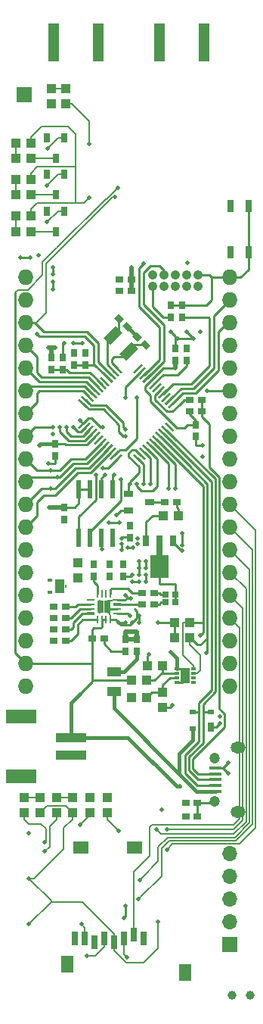
<source format=gbr>
G04 #@! TF.FileFunction,Copper,L1,Top,Signal*
%FSLAX46Y46*%
G04 Gerber Fmt 4.6, Leading zero omitted, Abs format (unit mm)*
G04 Created by KiCad (PCBNEW 4.0.5) date 06/07/17 08:13:04*
%MOMM*%
%LPD*%
G01*
G04 APERTURE LIST*
%ADD10C,0.100000*%
%ADD11R,0.698500X1.498600*%
%ADD12R,1.798320X1.399540*%
%ADD13R,1.399540X1.899920*%
%ADD14O,1.727200X1.727200*%
%ADD15R,0.800000X0.650000*%
%ADD16R,1.350000X0.400000*%
%ADD17C,1.200000*%
%ADD18O,1.700000X1.300000*%
%ADD19R,0.800000X1.200000*%
%ADD20R,0.800000X2.200000*%
%ADD21R,2.000000X2.500000*%
%ADD22R,0.600000X2.000000*%
%ADD23R,0.700000X1.000000*%
%ADD24R,0.700000X0.600000*%
%ADD25R,1.500000X1.000000*%
%ADD26R,0.700000X0.900000*%
%ADD27R,0.900000X0.700000*%
%ADD28O,1.050000X1.050000*%
%ADD29R,1.100000X1.000000*%
%ADD30R,0.500000X0.400000*%
%ADD31R,1.100000X1.600000*%
%ADD32R,0.250000X0.400000*%
%ADD33R,3.500000X1.000000*%
%ADD34R,3.400000X1.500000*%
%ADD35R,1.000000X1.100000*%
%ADD36R,1.050000X0.650000*%
%ADD37R,0.750000X0.750000*%
%ADD38R,0.280000X0.850000*%
%ADD39R,0.850000X0.280000*%
%ADD40R,0.850000X0.300000*%
%ADD41R,0.500000X0.300000*%
%ADD42R,1.060000X0.880000*%
%ADD43R,1.270000X4.200000*%
%ADD44R,1.700000X1.700000*%
%ADD45O,1.700000X1.700000*%
%ADD46C,1.000000*%
%ADD47R,0.700000X1.450000*%
%ADD48R,0.650000X1.050000*%
%ADD49C,0.500000*%
%ADD50C,0.254000*%
%ADD51C,0.381000*%
%ADD52C,0.203200*%
%ADD53C,0.508000*%
G04 APERTURE END LIST*
D10*
D11*
X14499220Y-23137520D03*
X13399400Y-22738740D03*
X12299580Y-23137520D03*
X11199760Y-23538840D03*
X10099940Y-23137520D03*
X8997580Y-23538840D03*
X7897760Y-23137520D03*
X6797940Y-23137520D03*
D12*
X7498980Y-12939420D03*
X13498460Y-12939420D03*
D13*
X5898780Y-26038200D03*
X19099160Y-26939900D03*
D14*
X24130000Y17780000D03*
X24130000Y20320000D03*
X24130000Y22860000D03*
X24130000Y25400000D03*
X24130000Y50800000D03*
X24130000Y48260000D03*
X24130000Y45720000D03*
X24130000Y43180000D03*
X24130000Y40640000D03*
X24130000Y38100000D03*
X24130000Y35560000D03*
X24130000Y33020000D03*
X24130000Y30480000D03*
X24130000Y27940000D03*
X24130000Y15240000D03*
X24130000Y12700000D03*
X24130000Y10160000D03*
X24130000Y7620000D03*
X24130000Y5080000D03*
D10*
G36*
X11020621Y40951689D02*
X11197398Y41128466D01*
X12116637Y40209227D01*
X11939860Y40032450D01*
X11020621Y40951689D01*
X11020621Y40951689D01*
G37*
G36*
X10667068Y40598136D02*
X10843845Y40774913D01*
X11763084Y39855674D01*
X11586307Y39678897D01*
X10667068Y40598136D01*
X10667068Y40598136D01*
G37*
G36*
X10313514Y40244582D02*
X10490291Y40421359D01*
X11409530Y39502120D01*
X11232753Y39325343D01*
X10313514Y40244582D01*
X10313514Y40244582D01*
G37*
G36*
X9959961Y39891029D02*
X10136738Y40067806D01*
X11055977Y39148567D01*
X10879200Y38971790D01*
X9959961Y39891029D01*
X9959961Y39891029D01*
G37*
G36*
X9606408Y39537476D02*
X9783185Y39714253D01*
X10702424Y38795014D01*
X10525647Y38618237D01*
X9606408Y39537476D01*
X9606408Y39537476D01*
G37*
G36*
X9252854Y39183922D02*
X9429631Y39360699D01*
X10348870Y38441460D01*
X10172093Y38264683D01*
X9252854Y39183922D01*
X9252854Y39183922D01*
G37*
G36*
X8899301Y38830369D02*
X9076078Y39007146D01*
X9995317Y38087907D01*
X9818540Y37911130D01*
X8899301Y38830369D01*
X8899301Y38830369D01*
G37*
G36*
X8545747Y38476815D02*
X8722524Y38653592D01*
X9641763Y37734353D01*
X9464986Y37557576D01*
X8545747Y38476815D01*
X8545747Y38476815D01*
G37*
G36*
X8192194Y38123262D02*
X8368971Y38300039D01*
X9288210Y37380800D01*
X9111433Y37204023D01*
X8192194Y38123262D01*
X8192194Y38123262D01*
G37*
G36*
X7838641Y37769709D02*
X8015418Y37946486D01*
X8934657Y37027247D01*
X8757880Y36850470D01*
X7838641Y37769709D01*
X7838641Y37769709D01*
G37*
G36*
X7485087Y37416155D02*
X7661864Y37592932D01*
X8581103Y36673693D01*
X8404326Y36496916D01*
X7485087Y37416155D01*
X7485087Y37416155D01*
G37*
G36*
X7131534Y37062602D02*
X7308311Y37239379D01*
X8227550Y36320140D01*
X8050773Y36143363D01*
X7131534Y37062602D01*
X7131534Y37062602D01*
G37*
G36*
X7308311Y33880621D02*
X7131534Y34057398D01*
X8050773Y34976637D01*
X8227550Y34799860D01*
X7308311Y33880621D01*
X7308311Y33880621D01*
G37*
G36*
X7661864Y33527068D02*
X7485087Y33703845D01*
X8404326Y34623084D01*
X8581103Y34446307D01*
X7661864Y33527068D01*
X7661864Y33527068D01*
G37*
G36*
X8015418Y33173514D02*
X7838641Y33350291D01*
X8757880Y34269530D01*
X8934657Y34092753D01*
X8015418Y33173514D01*
X8015418Y33173514D01*
G37*
G36*
X8368971Y32819961D02*
X8192194Y32996738D01*
X9111433Y33915977D01*
X9288210Y33739200D01*
X8368971Y32819961D01*
X8368971Y32819961D01*
G37*
G36*
X8722524Y32466408D02*
X8545747Y32643185D01*
X9464986Y33562424D01*
X9641763Y33385647D01*
X8722524Y32466408D01*
X8722524Y32466408D01*
G37*
G36*
X9076078Y32112854D02*
X8899301Y32289631D01*
X9818540Y33208870D01*
X9995317Y33032093D01*
X9076078Y32112854D01*
X9076078Y32112854D01*
G37*
G36*
X9429631Y31759301D02*
X9252854Y31936078D01*
X10172093Y32855317D01*
X10348870Y32678540D01*
X9429631Y31759301D01*
X9429631Y31759301D01*
G37*
G36*
X9783185Y31405747D02*
X9606408Y31582524D01*
X10525647Y32501763D01*
X10702424Y32324986D01*
X9783185Y31405747D01*
X9783185Y31405747D01*
G37*
G36*
X10136738Y31052194D02*
X9959961Y31228971D01*
X10879200Y32148210D01*
X11055977Y31971433D01*
X10136738Y31052194D01*
X10136738Y31052194D01*
G37*
G36*
X10490291Y30698641D02*
X10313514Y30875418D01*
X11232753Y31794657D01*
X11409530Y31617880D01*
X10490291Y30698641D01*
X10490291Y30698641D01*
G37*
G36*
X10843845Y30345087D02*
X10667068Y30521864D01*
X11586307Y31441103D01*
X11763084Y31264326D01*
X10843845Y30345087D01*
X10843845Y30345087D01*
G37*
G36*
X11197398Y29991534D02*
X11020621Y30168311D01*
X11939860Y31087550D01*
X12116637Y30910773D01*
X11197398Y29991534D01*
X11197398Y29991534D01*
G37*
G36*
X13283363Y30910773D02*
X13460140Y31087550D01*
X14379379Y30168311D01*
X14202602Y29991534D01*
X13283363Y30910773D01*
X13283363Y30910773D01*
G37*
G36*
X13636916Y31264326D02*
X13813693Y31441103D01*
X14732932Y30521864D01*
X14556155Y30345087D01*
X13636916Y31264326D01*
X13636916Y31264326D01*
G37*
G36*
X13990470Y31617880D02*
X14167247Y31794657D01*
X15086486Y30875418D01*
X14909709Y30698641D01*
X13990470Y31617880D01*
X13990470Y31617880D01*
G37*
G36*
X14344023Y31971433D02*
X14520800Y32148210D01*
X15440039Y31228971D01*
X15263262Y31052194D01*
X14344023Y31971433D01*
X14344023Y31971433D01*
G37*
G36*
X14697576Y32324986D02*
X14874353Y32501763D01*
X15793592Y31582524D01*
X15616815Y31405747D01*
X14697576Y32324986D01*
X14697576Y32324986D01*
G37*
G36*
X15051130Y32678540D02*
X15227907Y32855317D01*
X16147146Y31936078D01*
X15970369Y31759301D01*
X15051130Y32678540D01*
X15051130Y32678540D01*
G37*
G36*
X15404683Y33032093D02*
X15581460Y33208870D01*
X16500699Y32289631D01*
X16323922Y32112854D01*
X15404683Y33032093D01*
X15404683Y33032093D01*
G37*
G36*
X15758237Y33385647D02*
X15935014Y33562424D01*
X16854253Y32643185D01*
X16677476Y32466408D01*
X15758237Y33385647D01*
X15758237Y33385647D01*
G37*
G36*
X16111790Y33739200D02*
X16288567Y33915977D01*
X17207806Y32996738D01*
X17031029Y32819961D01*
X16111790Y33739200D01*
X16111790Y33739200D01*
G37*
G36*
X16465343Y34092753D02*
X16642120Y34269530D01*
X17561359Y33350291D01*
X17384582Y33173514D01*
X16465343Y34092753D01*
X16465343Y34092753D01*
G37*
G36*
X16818897Y34446307D02*
X16995674Y34623084D01*
X17914913Y33703845D01*
X17738136Y33527068D01*
X16818897Y34446307D01*
X16818897Y34446307D01*
G37*
G36*
X17172450Y34799860D02*
X17349227Y34976637D01*
X18268466Y34057398D01*
X18091689Y33880621D01*
X17172450Y34799860D01*
X17172450Y34799860D01*
G37*
G36*
X17349227Y36143363D02*
X17172450Y36320140D01*
X18091689Y37239379D01*
X18268466Y37062602D01*
X17349227Y36143363D01*
X17349227Y36143363D01*
G37*
G36*
X16995674Y36496916D02*
X16818897Y36673693D01*
X17738136Y37592932D01*
X17914913Y37416155D01*
X16995674Y36496916D01*
X16995674Y36496916D01*
G37*
G36*
X16642120Y36850470D02*
X16465343Y37027247D01*
X17384582Y37946486D01*
X17561359Y37769709D01*
X16642120Y36850470D01*
X16642120Y36850470D01*
G37*
G36*
X16288567Y37204023D02*
X16111790Y37380800D01*
X17031029Y38300039D01*
X17207806Y38123262D01*
X16288567Y37204023D01*
X16288567Y37204023D01*
G37*
G36*
X15935014Y37557576D02*
X15758237Y37734353D01*
X16677476Y38653592D01*
X16854253Y38476815D01*
X15935014Y37557576D01*
X15935014Y37557576D01*
G37*
G36*
X15581460Y37911130D02*
X15404683Y38087907D01*
X16323922Y39007146D01*
X16500699Y38830369D01*
X15581460Y37911130D01*
X15581460Y37911130D01*
G37*
G36*
X15227907Y38264683D02*
X15051130Y38441460D01*
X15970369Y39360699D01*
X16147146Y39183922D01*
X15227907Y38264683D01*
X15227907Y38264683D01*
G37*
G36*
X14874353Y38618237D02*
X14697576Y38795014D01*
X15616815Y39714253D01*
X15793592Y39537476D01*
X14874353Y38618237D01*
X14874353Y38618237D01*
G37*
G36*
X14520800Y38971790D02*
X14344023Y39148567D01*
X15263262Y40067806D01*
X15440039Y39891029D01*
X14520800Y38971790D01*
X14520800Y38971790D01*
G37*
G36*
X14167247Y39325343D02*
X13990470Y39502120D01*
X14909709Y40421359D01*
X15086486Y40244582D01*
X14167247Y39325343D01*
X14167247Y39325343D01*
G37*
G36*
X13813693Y39678897D02*
X13636916Y39855674D01*
X14556155Y40774913D01*
X14732932Y40598136D01*
X13813693Y39678897D01*
X13813693Y39678897D01*
G37*
G36*
X13460140Y40032450D02*
X13283363Y40209227D01*
X14202602Y41128466D01*
X14379379Y40951689D01*
X13460140Y40032450D01*
X13460140Y40032450D01*
G37*
D15*
X18076000Y14434000D03*
X18076000Y15284000D03*
X16976000Y15284000D03*
X16976000Y14434000D03*
D16*
X22500000Y-6675000D03*
X22500000Y-6025000D03*
X22500000Y-5375000D03*
X22500000Y-4725000D03*
X22500000Y-4075000D03*
D17*
X22425000Y-7800000D03*
X22425000Y-2950000D03*
D18*
X25075000Y-9000000D03*
X25075000Y-1750000D03*
D19*
X17780000Y21336000D03*
D20*
X16280000Y20836000D03*
D19*
X14780000Y21336000D03*
D21*
X16280000Y18486000D03*
D22*
X7239000Y27084000D03*
X8509000Y27084000D03*
X9779000Y27084000D03*
X11049000Y27084000D03*
X11049000Y21684000D03*
X9779000Y21684000D03*
X8509000Y21684000D03*
X7239000Y21684000D03*
D10*
G36*
X9993457Y44035040D02*
X11336960Y45378543D01*
X12114777Y44600726D01*
X10771274Y43257223D01*
X9993457Y44035040D01*
X9993457Y44035040D01*
G37*
G36*
X11761223Y42267274D02*
X13104726Y43610777D01*
X13882543Y42832960D01*
X12539040Y41489457D01*
X11761223Y42267274D01*
X11761223Y42267274D01*
G37*
D23*
X22000000Y500000D03*
D24*
X22000000Y2200000D03*
X20000000Y2200000D03*
X20000000Y300000D03*
D25*
X11150000Y6700000D03*
X11150000Y4500000D03*
D10*
G36*
X13217304Y45189670D02*
X12722330Y44694696D01*
X12085934Y45331092D01*
X12580908Y45826066D01*
X13217304Y45189670D01*
X13217304Y45189670D01*
G37*
G36*
X12298066Y46108908D02*
X11803092Y45613934D01*
X11166696Y46250330D01*
X11661670Y46745304D01*
X12298066Y46108908D01*
X12298066Y46108908D01*
G37*
G36*
X13198696Y44218330D02*
X13693670Y44713304D01*
X14330066Y44076908D01*
X13835092Y43581934D01*
X13198696Y44218330D01*
X13198696Y44218330D01*
G37*
G36*
X14117934Y43299092D02*
X14612908Y43794066D01*
X15249304Y43157670D01*
X14754330Y42662696D01*
X14117934Y43299092D01*
X14117934Y43299092D01*
G37*
D26*
X18034000Y41514000D03*
X18034000Y42814000D03*
X5461000Y40498000D03*
X5461000Y41798000D03*
X19304000Y41514000D03*
X19304000Y42814000D03*
X20320000Y34290000D03*
X20320000Y32990000D03*
X4572000Y32146000D03*
X4572000Y30846000D03*
X12446000Y10302000D03*
X12446000Y9002000D03*
D27*
X13096000Y50546000D03*
X11796000Y50546000D03*
X8748000Y10414000D03*
X10048000Y10414000D03*
D26*
X10668000Y17384000D03*
X10668000Y18684000D03*
D27*
X20500000Y-8000000D03*
X19200000Y-8000000D03*
X18176000Y25654000D03*
X16876000Y25654000D03*
D26*
X17526000Y46340000D03*
X17526000Y47640000D03*
X8890000Y18684000D03*
X8890000Y17384000D03*
D27*
X4430000Y13970000D03*
X5730000Y13970000D03*
X4430000Y12700000D03*
X5730000Y12700000D03*
X4430000Y11430000D03*
X5730000Y11430000D03*
X20970000Y35814000D03*
X19670000Y35814000D03*
X14336000Y14224000D03*
X15636000Y14224000D03*
X14336000Y15494000D03*
X15636000Y15494000D03*
D28*
X15494000Y49784000D03*
X15494000Y51054000D03*
X16764000Y49784000D03*
X16764000Y51054000D03*
X18034000Y49784000D03*
X18034000Y51054000D03*
X19304000Y49784000D03*
X19304000Y51054000D03*
X20574000Y49784000D03*
X20574000Y51054000D03*
D29*
X16676000Y24130000D03*
X18376000Y24130000D03*
D26*
X4191000Y40498000D03*
X4191000Y41798000D03*
D30*
X4026000Y16906000D03*
X4026000Y15606000D03*
D31*
X5076000Y16256000D03*
D32*
X5751000Y16256000D03*
D33*
X6350000Y-650000D03*
X6350000Y-2650000D03*
D34*
X800000Y1700000D03*
X800000Y-5000000D03*
D27*
X13096000Y49276000D03*
X11796000Y49276000D03*
D14*
X1270000Y17780000D03*
X1270000Y20320000D03*
X1270000Y22860000D03*
X1270000Y25400000D03*
X1270000Y50800000D03*
X1270000Y48260000D03*
X1270000Y45720000D03*
X1270000Y43180000D03*
X1270000Y40640000D03*
X1270000Y38100000D03*
X1270000Y35560000D03*
X1270000Y33020000D03*
X1270000Y30480000D03*
X1270000Y27940000D03*
X1270000Y15240000D03*
X1270000Y12700000D03*
X1270000Y10160000D03*
X1270000Y7620000D03*
X1270000Y5080000D03*
D35*
X7112000Y18884000D03*
X7112000Y17184000D03*
D26*
X13716000Y10302000D03*
X13716000Y9002000D03*
D36*
X12820000Y26604000D03*
X12820000Y24704000D03*
X15120000Y25654000D03*
D26*
X18796000Y46340000D03*
X18796000Y47640000D03*
D27*
X20970000Y37084000D03*
X19670000Y37084000D03*
X20500000Y-9500000D03*
X19200000Y-9500000D03*
X5730000Y10160000D03*
X4430000Y10160000D03*
D26*
X8001000Y41006000D03*
X8001000Y42306000D03*
X5588000Y25034000D03*
X5588000Y23734000D03*
X6731000Y41006000D03*
X6731000Y42306000D03*
X12192000Y17384000D03*
X12192000Y18684000D03*
X12954000Y21702000D03*
X12954000Y23002000D03*
D37*
X10414000Y14333000D03*
X9664000Y14333000D03*
X9664000Y13583000D03*
X10414000Y13583000D03*
D38*
X9289000Y12483000D03*
X9789000Y12483000D03*
X10289000Y12483000D03*
X10789000Y12483000D03*
D39*
X11514000Y13208000D03*
X11514000Y13708000D03*
D40*
X11514000Y14208000D03*
D39*
X11514000Y14708000D03*
D38*
X10789000Y15433000D03*
X10289000Y15433000D03*
X9789000Y15433000D03*
X9289000Y15433000D03*
D39*
X8564000Y14708000D03*
X8564000Y14208000D03*
X8564000Y13708000D03*
D40*
X8564000Y13208000D03*
D35*
X5776893Y70141213D03*
X5776893Y71841213D03*
D41*
X18235000Y6987000D03*
X18235000Y6487000D03*
X18235000Y5987000D03*
X18235000Y5487000D03*
X20035000Y5487000D03*
X20035000Y5987000D03*
X20035000Y6487000D03*
X20035000Y6987000D03*
D42*
X19135000Y5797000D03*
X19135000Y6677000D03*
D43*
X21250400Y77000000D03*
X16250400Y77000000D03*
D29*
X17950000Y12200000D03*
X19650000Y12200000D03*
X17950000Y10450000D03*
X19650000Y10450000D03*
D44*
X24100000Y-23800000D03*
D45*
X24100000Y-21260000D03*
X24100000Y-18720000D03*
X24100000Y-16180000D03*
X24100000Y-13640000D03*
D44*
X1066800Y71170800D03*
D29*
X13120000Y3810000D03*
X14820000Y3810000D03*
D46*
X26416000Y-29464000D03*
X24384000Y-29464000D03*
D29*
X16598000Y7366000D03*
X14898000Y7366000D03*
X13120000Y5715000D03*
X14820000Y5715000D03*
D35*
X16637000Y2706000D03*
X16637000Y4406000D03*
D47*
X24219000Y58754000D03*
X24219000Y53594000D03*
X26219000Y53594000D03*
X26219000Y58754000D03*
D35*
X6502400Y-9079600D03*
X6502400Y-7379600D03*
X2895600Y-9079600D03*
X2895600Y-7379600D03*
X4724400Y-9079600D03*
X4724400Y-7379600D03*
X1117600Y-9079600D03*
X1117600Y-7379600D03*
X8432800Y-9079600D03*
X8432800Y-7379600D03*
X10414000Y-9079600D03*
X10414000Y-7379600D03*
X4151293Y70154813D03*
X4151293Y71854813D03*
D29*
X1866000Y57667600D03*
X166000Y57667600D03*
X1866000Y61725200D03*
X166000Y61725200D03*
X1866000Y65786000D03*
X166000Y65786000D03*
D48*
X5572800Y58189600D03*
X3672800Y58189600D03*
X4622800Y55889600D03*
X5572800Y62298000D03*
X3672800Y62298000D03*
X4622800Y59998000D03*
X5572800Y66383600D03*
X3672800Y66383600D03*
X4622800Y64083600D03*
D29*
X166000Y55886400D03*
X1866000Y55886400D03*
X166000Y59998000D03*
X1866000Y59998000D03*
X166000Y64065200D03*
X1866000Y64065200D03*
D43*
X9400000Y77000000D03*
X4400000Y77000000D03*
D49*
X3672800Y58189600D03*
X3672800Y62298000D03*
X3672800Y66383600D03*
X23977600Y-4673600D03*
X23977600Y-3505200D03*
X12293600Y-20828000D03*
X12446000Y-19507200D03*
X16514450Y-8696101D03*
X1651000Y-11366501D03*
X17526000Y8890000D03*
X15113000Y8636000D03*
X2750000Y53250000D03*
X1750000Y53000000D03*
X700000Y53000000D03*
X4300000Y49400000D03*
X4300000Y50250000D03*
X4300000Y51100000D03*
X4300000Y51900000D03*
X13200000Y44712000D03*
X23050000Y1700000D03*
X23050000Y950000D03*
X19185000Y5797000D03*
X19185000Y6677000D03*
X18832990Y20780904D03*
X18832990Y20187834D03*
X18832990Y22178392D03*
X11800000Y23400000D03*
X10600000Y23400000D03*
X11400000Y24200000D03*
X19400000Y52400000D03*
X18288000Y43942000D03*
X19304000Y44704000D03*
X17526000Y44704000D03*
X20066000Y43942000D03*
X20828000Y44704000D03*
X10515600Y14427200D03*
X10502900Y13487400D03*
X13970000Y12954000D03*
X13970000Y12192000D03*
X13208000Y12192000D03*
X12446000Y12192000D03*
X4318000Y33274000D03*
X21082000Y30734000D03*
X21082000Y32004000D03*
X3810000Y29972000D03*
X11684000Y12192000D03*
X12446000Y15240000D03*
X13081000Y14859000D03*
X7620000Y43434000D03*
X6604000Y43434000D03*
X5588000Y43434000D03*
X10299700Y13970000D03*
X9575800Y14427200D03*
X9779000Y13957300D03*
X9575800Y13487400D03*
X8382000Y59654440D03*
X1651000Y-16446500D03*
X1651000Y-21526501D03*
X16090601Y-21260000D03*
X17674434Y2942434D03*
X16100000Y12200000D03*
X9800000Y20400000D03*
X13843000Y21590000D03*
X13843000Y20955000D03*
X13335000Y20574000D03*
X12700000Y20574000D03*
X12065000Y20320000D03*
X12065000Y20955000D03*
X12065000Y21590000D03*
X2794000Y32004000D03*
X3922000Y25034000D03*
X18034000Y40640000D03*
X3810000Y42926000D03*
X4572000Y42926000D03*
X13096000Y51308000D03*
X13096000Y51928000D03*
X13970000Y19050000D03*
X14732000Y19050000D03*
X14732000Y18288000D03*
X13970000Y18288000D03*
X13970000Y17526000D03*
X14732000Y17526000D03*
X14732000Y16764000D03*
X13970000Y16764000D03*
X13208000Y16764000D03*
X13208000Y17526000D03*
X12954000Y12954000D03*
X11582400Y60807600D03*
X18542000Y-6146800D03*
X11227589Y59740011D03*
X8382000Y65653920D03*
X3657600Y56946800D03*
X3657600Y61010800D03*
X13919200Y-18745200D03*
X12446000Y33782000D03*
X14043130Y-16592896D03*
X12446000Y33020000D03*
X9906000Y34036000D03*
X9144000Y28702000D03*
X7366000Y34798000D03*
X6604000Y34036000D03*
X5842000Y34036000D03*
X5080000Y34036000D03*
X12630311Y-25209112D03*
X4064000Y29210000D03*
X11176000Y28702000D03*
X8128000Y-25095200D03*
X4826000Y28448000D03*
X10160000Y28702000D03*
X7518400Y-21539200D03*
X4064000Y27178000D03*
X11938000Y28194000D03*
X13716000Y37338000D03*
X21590000Y38100000D03*
X9906000Y29464000D03*
X17068800Y-10965156D03*
X11694755Y-11113555D03*
X14478000Y27686000D03*
X15926589Y-10960311D03*
X7366000Y-10414000D03*
X15240000Y27686000D03*
X13716000Y27686000D03*
X17272000Y27178000D03*
X17068800Y-13208000D03*
X18034000Y27178000D03*
X20850000Y10750000D03*
X21500000Y8800000D03*
X14478000Y52324000D03*
X3708400Y65176400D03*
X12446000Y37338000D03*
X4318000Y34036000D03*
X2540000Y44450000D03*
X13716000Y11176000D03*
X13081000Y11176000D03*
X12446000Y11176000D03*
X12954000Y27686000D03*
X3403600Y-13411200D03*
X3352800Y-12395200D03*
D50*
X18376000Y24638000D02*
X18376000Y24130000D01*
X18376000Y24638000D02*
X18376000Y24892000D01*
X18176000Y25654000D02*
X18176000Y25092000D01*
X18176000Y25092000D02*
X18376000Y24892000D01*
X16466000Y15284000D02*
X16256000Y15494000D01*
X16256000Y15494000D02*
X15636000Y15494000D01*
X16976000Y15284000D02*
X16466000Y15284000D01*
X16256000Y14224000D02*
X16466000Y14434000D01*
X16466000Y14434000D02*
X16976000Y14434000D01*
X15636000Y14224000D02*
X16256000Y14224000D01*
X23977600Y-4673600D02*
X23407800Y-4103800D01*
X23407800Y-4103800D02*
X23407800Y-4075000D01*
X22500000Y-4075000D02*
X23407800Y-4075000D01*
X23407800Y-4075000D02*
X23977600Y-3505200D01*
X12446000Y-19507200D02*
X12446000Y-20675600D01*
X12446000Y-20675600D02*
X12293600Y-20828000D01*
D51*
X18235000Y6987000D02*
X18235000Y8181000D01*
X18235000Y8181000D02*
X17526000Y8890000D01*
D50*
X13120000Y3810000D02*
X13170000Y3810000D01*
X14898000Y7366000D02*
X14898000Y8421000D01*
X14898000Y8421000D02*
X15113000Y8636000D01*
X700000Y53000000D02*
X1750000Y53000000D01*
X4300000Y50250000D02*
X4300000Y49400000D01*
X4300000Y51900000D02*
X4300000Y51100000D01*
D51*
X13200000Y44712000D02*
X13200000Y44700000D01*
X13200000Y44712000D02*
X13764381Y44147619D01*
X12651619Y45260381D02*
X13200000Y44712000D01*
D50*
X12446000Y9002000D02*
X10856000Y9002000D01*
X10856000Y9002000D02*
X10048000Y9810000D01*
X10048000Y9810000D02*
X10048000Y10414000D01*
X22000000Y500000D02*
X22600000Y500000D01*
X22600000Y500000D02*
X23050000Y950000D01*
X18235000Y5487000D02*
X18825000Y5487000D01*
X18825000Y5487000D02*
X19135000Y5797000D01*
X18235000Y6987000D02*
X18825000Y6987000D01*
X18825000Y6987000D02*
X19135000Y6677000D01*
X18728166Y20187834D02*
X18832990Y20187834D01*
X17780000Y21336000D02*
X17780000Y21136000D01*
X18832990Y22178392D02*
X18832990Y20780904D01*
X17780000Y21136000D02*
X18728166Y20187834D01*
X10600000Y23400000D02*
X11800000Y23400000D01*
X12820000Y24704000D02*
X11904000Y24704000D01*
X11904000Y24704000D02*
X11400000Y24200000D01*
X18288000Y43942000D02*
X20066000Y43942000D01*
X20066000Y43942000D02*
X19304000Y44704000D01*
X18034000Y42814000D02*
X18034000Y44196000D01*
X18034000Y44196000D02*
X17526000Y44704000D01*
X13970000Y12192000D02*
X13970000Y12954000D01*
X13716000Y12700000D02*
X13208000Y12192000D01*
X13208000Y12192000D02*
X12954000Y11938000D01*
X11684000Y12192000D02*
X12446000Y12192000D01*
X20320000Y32004000D02*
X21082000Y32004000D01*
X20320000Y32990000D02*
X20320000Y32004000D01*
X4572000Y29972000D02*
X3810000Y29972000D01*
X4572000Y30226000D02*
X4572000Y29972000D01*
X4572000Y30846000D02*
X4572000Y30226000D01*
X11684000Y12192000D02*
X11393000Y12483000D01*
X11938000Y11938000D02*
X11684000Y12192000D01*
X10789000Y12483000D02*
X11393000Y12483000D01*
X11514000Y13708000D02*
X10539000Y13708000D01*
X10539000Y13708000D02*
X10414000Y13583000D01*
D52*
X11514000Y14708000D02*
X10999600Y14708000D01*
X10999600Y14708000D02*
X10896600Y14605000D01*
X10896600Y14605000D02*
X10686000Y14605000D01*
X10686000Y14605000D02*
X10414000Y14333000D01*
X10789000Y12483000D02*
X10789000Y12985400D01*
X10789000Y12985400D02*
X10693400Y13081000D01*
X10693400Y13081000D02*
X10693400Y13303600D01*
X10693400Y13303600D02*
X10414000Y13583000D01*
D50*
X13081000Y14859000D02*
X12827000Y14859000D01*
X12827000Y14859000D02*
X12446000Y15240000D01*
X13081000Y14859000D02*
X12573000Y14859000D01*
X12573000Y14859000D02*
X12422000Y14708000D01*
X12422000Y14708000D02*
X11514000Y14708000D01*
X13470000Y13708000D02*
X13716000Y13462000D01*
X13716000Y13462000D02*
X13716000Y12700000D01*
X12954000Y11938000D02*
X11938000Y11938000D01*
X6604000Y43434000D02*
X7620000Y43434000D01*
X5461000Y41798000D02*
X5461000Y43307000D01*
X5461000Y43307000D02*
X5588000Y43434000D01*
X11732381Y46179619D02*
X11732381Y44996147D01*
X11732381Y44996147D02*
X11054117Y44317883D01*
X11054117Y44328117D02*
X11684000Y44958000D01*
X11054117Y44317883D02*
X11054117Y44328117D01*
X11215076Y40226905D02*
X10414000Y41027981D01*
X10414000Y41027981D02*
X10414000Y43677766D01*
X10414000Y43677766D02*
X11054117Y44317883D01*
X14683619Y43228381D02*
X13500147Y43228381D01*
X13500147Y43228381D02*
X12821883Y42550117D01*
X12832117Y42550117D02*
X13462000Y43180000D01*
X12821883Y42550117D02*
X12832117Y42550117D01*
X11568629Y40580458D02*
X10922000Y41227087D01*
X10922000Y41227087D02*
X10922000Y41656000D01*
X10922000Y41656000D02*
X11176000Y41910000D01*
X11176000Y41910000D02*
X12181766Y41910000D01*
X12181766Y41910000D02*
X12821883Y42550117D01*
D52*
X6858000Y59080400D02*
X7807960Y59080400D01*
X7807960Y59080400D02*
X8382000Y59654440D01*
X6858000Y63144400D02*
X6858000Y59080400D01*
X1866000Y58370800D02*
X2575600Y59080400D01*
X1866000Y57667600D02*
X1866000Y58370800D01*
X2575600Y59080400D02*
X6858000Y59080400D01*
X6858000Y66802000D02*
X6858000Y63144400D01*
X1866000Y61725200D02*
X1866000Y62428400D01*
X1866000Y62428400D02*
X2582000Y63144400D01*
X2582000Y63144400D02*
X6858000Y63144400D01*
X5994400Y67665600D02*
X6858000Y66802000D01*
X3042400Y67665600D02*
X5994400Y67665600D01*
X1866000Y65786000D02*
X1866000Y66489200D01*
X1866000Y66489200D02*
X3042400Y67665600D01*
X5537200Y-13110300D02*
X5537200Y-10798000D01*
X5537200Y-10798000D02*
X6502400Y-9832800D01*
X6502400Y-9832800D02*
X6502400Y-9079600D01*
X1651000Y-16446500D02*
X2201000Y-16446500D01*
X2201000Y-16446500D02*
X5537200Y-13110300D01*
X2895600Y-9079600D02*
X2895600Y-9029600D01*
X5748399Y-8275599D02*
X6502400Y-9029600D01*
X2895600Y-9029600D02*
X3649601Y-8275599D01*
X6502400Y-9029600D02*
X6502400Y-9079600D01*
X3649601Y-8275599D02*
X5748399Y-8275599D01*
X4127501Y-19050000D02*
X4127501Y-18923001D01*
X4127501Y-18923001D02*
X1651000Y-16446500D01*
X7663420Y-19050000D02*
X4127501Y-19050000D01*
X4127501Y-19050000D02*
X1651000Y-21526501D01*
X11199760Y-23538840D02*
X11199760Y-22586340D01*
X11199760Y-22586340D02*
X7663420Y-19050000D01*
X11199760Y-23538840D02*
X11199760Y-24491340D01*
X11199760Y-24491340D02*
X12514820Y-25806400D01*
X12514820Y-25806400D02*
X14478000Y-25806400D01*
X14478000Y-25806400D02*
X16090601Y-24193799D01*
X16090601Y-24193799D02*
X16090601Y-21260000D01*
D51*
X11199760Y-23938890D02*
X11199760Y-23538840D01*
D50*
X16637000Y2706000D02*
X17438000Y2706000D01*
X17438000Y2706000D02*
X17674434Y2942434D01*
D52*
X16637000Y2706000D02*
X17057000Y2706000D01*
D50*
X17950000Y12200000D02*
X16100000Y12200000D01*
X17950000Y10450000D02*
X17950000Y12200000D01*
X9779000Y21684000D02*
X9779000Y20421000D01*
X9779000Y20421000D02*
X9800000Y20400000D01*
X13335000Y20574000D02*
X12700000Y20574000D01*
X12065000Y20955000D02*
X12065000Y20320000D01*
X12065000Y21590000D02*
X12192000Y21717000D01*
X12192000Y21717000D02*
X12939000Y21717000D01*
X12939000Y21717000D02*
X12954000Y21702000D01*
X15245584Y39166245D02*
X14687339Y38608000D01*
X14687339Y38608000D02*
X14687339Y38144661D01*
X14687339Y38144661D02*
X15240000Y37592000D01*
X15240000Y37592000D02*
X15240000Y36909087D01*
X15240000Y36909087D02*
X17720458Y34428629D01*
D51*
X2906000Y32146000D02*
X2794000Y32034000D01*
X2794000Y32034000D02*
X2794000Y32004000D01*
X4572000Y32146000D02*
X2906000Y32146000D01*
D50*
X19670000Y35814000D02*
X19670000Y35448000D01*
X19670000Y35448000D02*
X20320000Y34798000D01*
X20320000Y34798000D02*
X20320000Y34290000D01*
X19050000Y33924000D02*
X18225087Y33924000D01*
X20320000Y34290000D02*
X19416000Y34290000D01*
X19416000Y34290000D02*
X19050000Y33924000D01*
X18225087Y33924000D02*
X17720458Y34428629D01*
X14780000Y23416000D02*
X15494000Y24130000D01*
X15494000Y24130000D02*
X16676000Y24130000D01*
X14780000Y21336000D02*
X14780000Y23416000D01*
D53*
X5588000Y25034000D02*
X3922000Y25034000D01*
D50*
X18034000Y40640000D02*
X16719339Y40640000D01*
X16719339Y40640000D02*
X15245584Y39166245D01*
D53*
X18034000Y41514000D02*
X18034000Y40640000D01*
X4572000Y42926000D02*
X4064000Y42926000D01*
X4064000Y42926000D02*
X3810000Y42926000D01*
X4191000Y41798000D02*
X4191000Y42799000D01*
X4191000Y42799000D02*
X4064000Y42926000D01*
X4191000Y41798000D02*
X4191000Y42545000D01*
X13096000Y51674000D02*
X13096000Y51928000D01*
X13096000Y49276000D02*
X13096000Y50546000D01*
X13096000Y50546000D02*
X13096000Y51674000D01*
D50*
X18034000Y41514000D02*
X18034000Y40894000D01*
X15494000Y48768000D02*
X15494000Y49022000D01*
X15494000Y47498000D02*
X15494000Y49022000D01*
X15494000Y49022000D02*
X15494000Y49784000D01*
X16652000Y46340000D02*
X15494000Y47498000D01*
X17526000Y46340000D02*
X16652000Y46340000D01*
X8128000Y32048661D02*
X9093755Y33014416D01*
X5700000Y32146000D02*
X5797339Y32048661D01*
X5797339Y32048661D02*
X8128000Y32048661D01*
X4572000Y32146000D02*
X5700000Y32146000D01*
X7239000Y27084000D02*
X8509000Y27084000D01*
X6746000Y25034000D02*
X7239000Y25527000D01*
X7239000Y25527000D02*
X7239000Y27084000D01*
X5588000Y25034000D02*
X6746000Y25034000D01*
X9800862Y38812691D02*
X8481553Y40132000D01*
X8481553Y40132000D02*
X6208000Y40132000D01*
X6208000Y40132000D02*
X5842000Y40498000D01*
X5842000Y40498000D02*
X5461000Y40498000D01*
X4191000Y40498000D02*
X5461000Y40498000D01*
X19304000Y41514000D02*
X19304000Y40894000D01*
X19304000Y40894000D02*
X18288000Y39878000D01*
X18288000Y39878000D02*
X16664447Y39878000D01*
X16664447Y39878000D02*
X15599138Y38812691D01*
X16280000Y20686000D02*
X16280000Y19586000D01*
X13970000Y19050000D02*
X13970000Y18288000D01*
X14732000Y18288000D02*
X14732000Y19050000D01*
X13970000Y17526000D02*
X13970000Y18288000D01*
X14732000Y16764000D02*
X14732000Y17526000D01*
X13208000Y16764000D02*
X13970000Y16764000D01*
X12192000Y17384000D02*
X13066000Y17384000D01*
X13066000Y17384000D02*
X13208000Y17526000D01*
X12954000Y12954000D02*
X12700000Y13208000D01*
X12700000Y13208000D02*
X11514000Y13208000D01*
X16256000Y16510000D02*
X16256000Y19562000D01*
X16256000Y19562000D02*
X16280000Y19586000D01*
X18034000Y16510000D02*
X16256000Y16510000D01*
X18076000Y16468000D02*
X18034000Y16510000D01*
X18076000Y15284000D02*
X18076000Y16468000D01*
X18076000Y14434000D02*
X18076000Y15284000D01*
D52*
X10261600Y59539647D02*
X10314447Y59539647D01*
X10314447Y59539647D02*
X11582400Y60807600D01*
X126999Y49100000D02*
X404600Y49377601D01*
X404600Y49377601D02*
X1501651Y49377601D01*
X1501651Y49377601D02*
X3144390Y51020340D01*
X3144390Y51020340D02*
X3144390Y52447298D01*
X3144390Y52447298D02*
X4752701Y54055609D01*
X4752701Y54055609D02*
X4777562Y54055609D01*
X4777562Y54055609D02*
X10261600Y59539647D01*
D51*
X7350000Y4200000D02*
X6350000Y3200000D01*
X6350000Y3200000D02*
X6350000Y-650000D01*
X9481000Y-650000D02*
X6350000Y-650000D01*
X18542000Y-6146800D02*
X18188447Y-6146800D01*
X18188447Y-6146800D02*
X12691647Y-650000D01*
X12691647Y-650000D02*
X9481000Y-650000D01*
D50*
X8748000Y5602000D02*
X8748000Y5715000D01*
X8748000Y5715000D02*
X8748000Y7600000D01*
X13120000Y5715000D02*
X12316000Y5715000D01*
X12316000Y5715000D02*
X8748000Y5715000D01*
X126999Y8763001D02*
X1270000Y7620000D01*
X126999Y49100000D02*
X126999Y8763001D01*
X8748000Y7600000D02*
X8748000Y10414000D01*
X1270000Y7620000D02*
X8728000Y7620000D01*
X8728000Y7620000D02*
X8748000Y7600000D01*
X8750000Y5600000D02*
X7350000Y4200000D01*
X8750000Y5600000D02*
X8748000Y5602000D01*
X10289000Y12483000D02*
X9789000Y12483000D01*
X9652000Y11557000D02*
X9789000Y11694000D01*
X9789000Y11694000D02*
X9789000Y12483000D01*
X8890000Y11557000D02*
X9652000Y11557000D01*
X8748000Y11415000D02*
X8890000Y11557000D01*
X8748000Y10414000D02*
X8748000Y11415000D01*
X22225000Y-8000000D02*
X22425000Y-7800000D01*
X20500000Y-8000000D02*
X22225000Y-8000000D01*
X20500000Y-8000000D02*
X20500000Y-9500000D01*
D51*
X21500000Y-6675000D02*
X22500000Y-6675000D01*
X11150000Y4500000D02*
X11150000Y2619000D01*
X11150000Y2619000D02*
X18500000Y-4731000D01*
X20000000Y-950000D02*
X20000000Y300000D01*
X18500000Y-2450000D02*
X20000000Y-950000D01*
X18500000Y-4731000D02*
X18500000Y-2450000D01*
X21500000Y-6675000D02*
X20444000Y-6675000D01*
X20444000Y-6675000D02*
X18500000Y-4731000D01*
D50*
X18796000Y46340000D02*
X21732000Y46340000D01*
X21732000Y46340000D02*
X21844000Y46228000D01*
X21844000Y46228000D02*
X21844000Y40894000D01*
X21844000Y40894000D02*
X19812000Y38862000D01*
X19812000Y38862000D02*
X17769767Y38862000D01*
X17769767Y38862000D02*
X16659798Y37752031D01*
X8890000Y17384000D02*
X8890000Y16764000D01*
X8890000Y16764000D02*
X8890000Y17130000D01*
X9289000Y15433000D02*
X9289000Y16365000D01*
X9289000Y16365000D02*
X8890000Y16764000D01*
X6858000Y13970000D02*
X7096000Y14208000D01*
X7096000Y14208000D02*
X7636000Y14208000D01*
X5730000Y13970000D02*
X6858000Y13970000D01*
X8564000Y14208000D02*
X7636000Y14208000D01*
X7358000Y13708000D02*
X6350000Y12700000D01*
X6350000Y12700000D02*
X5730000Y12700000D01*
X8564000Y13708000D02*
X7358000Y13708000D01*
X7374000Y13708000D02*
X8564000Y13708000D01*
X8564000Y13208000D02*
X7620000Y13208000D01*
X7620000Y13208000D02*
X6604000Y12192000D01*
X6604000Y12192000D02*
X6604000Y11684000D01*
X6604000Y11684000D02*
X6350000Y11430000D01*
X6350000Y11430000D02*
X5730000Y11430000D01*
D52*
X11227589Y59740011D02*
X11022811Y59740011D01*
X11022811Y59740011D02*
X3582800Y52300000D01*
X2491314Y45720000D02*
X1270000Y45720000D01*
X3582800Y52300000D02*
X3582800Y46811486D01*
X3582800Y46811486D02*
X2491314Y45720000D01*
D50*
X1270000Y45720000D02*
X2286000Y45720000D01*
X8128000Y44704000D02*
X9398000Y43434000D01*
X2286000Y45720000D02*
X3302000Y44704000D01*
X3302000Y44704000D02*
X8128000Y44704000D01*
X9398000Y43434000D02*
X9398000Y41336873D01*
X9398000Y41336873D02*
X10861522Y39873351D01*
D52*
X8382000Y65653920D02*
X8382000Y68239306D01*
X8382000Y68239306D02*
X6480093Y70141213D01*
X6480093Y70141213D02*
X5776893Y70141213D01*
D50*
X9447309Y38459138D02*
X8282447Y39624000D01*
X8282447Y39624000D02*
X3048000Y39624000D01*
X3048000Y39624000D02*
X2540000Y40132000D01*
X2540000Y40132000D02*
X2540000Y41910000D01*
X2540000Y41910000D02*
X1270000Y43180000D01*
X9093755Y38105584D02*
X8083339Y39116000D01*
X8083339Y39116000D02*
X2794000Y39116000D01*
X2794000Y39116000D02*
X1270000Y40640000D01*
D52*
X3657600Y56946800D02*
X4900400Y58189600D01*
X4900400Y58189600D02*
X5572800Y58189600D01*
D50*
X8740202Y37752031D02*
X7884233Y38608000D01*
X7884233Y38608000D02*
X1778000Y38608000D01*
X1778000Y38608000D02*
X1270000Y38100000D01*
D52*
X5572800Y62298000D02*
X4944800Y62298000D01*
X4944800Y62298000D02*
X3657600Y61010800D01*
D50*
X1270000Y35560000D02*
X2540000Y36830000D01*
X2540000Y36830000D02*
X2540000Y37846000D01*
X2540000Y37846000D02*
X2794000Y38100000D01*
X2794000Y38100000D02*
X7685127Y38100000D01*
X7685127Y38100000D02*
X8386649Y37398478D01*
D52*
X14169199Y-18495201D02*
X13919200Y-18745200D01*
X16513998Y-16150402D02*
X14169199Y-18495201D01*
X16513998Y-13016878D02*
X16513998Y-16150402D01*
X17350488Y-12180388D02*
X16513998Y-13016878D01*
X24845203Y-12180388D02*
X17350488Y-12180388D01*
X24130000Y22860000D02*
X26670045Y20319955D01*
X26670045Y20319955D02*
X26670045Y-10355546D01*
X26670045Y-10355546D02*
X24845203Y-12180388D01*
D50*
X12446000Y33782000D02*
X12192000Y34036000D01*
X12192000Y34036000D02*
X12192000Y34544000D01*
X12192000Y34544000D02*
X10236200Y36499800D01*
X10236200Y36499800D02*
X8578219Y36499800D01*
X8578219Y36499800D02*
X8033095Y37044924D01*
D52*
X16107587Y-14528439D02*
X14293129Y-16342897D01*
X17203190Y-11824777D02*
X16107587Y-12920380D01*
X24697905Y-11824777D02*
X17203190Y-11824777D01*
X14293129Y-16342897D02*
X14043130Y-16592896D01*
X26314434Y18135566D02*
X26314434Y-10208248D01*
X24130000Y20320000D02*
X26314434Y18135566D01*
X26314434Y-10208248D02*
X24697905Y-11824777D01*
X16107587Y-12920380D02*
X16107587Y-14528439D01*
D50*
X12446000Y33020000D02*
X12192000Y33020000D01*
X12192000Y33020000D02*
X11684000Y33528000D01*
X11684000Y33528000D02*
X11684000Y34290000D01*
X11684000Y34290000D02*
X9956800Y36017200D01*
X9956800Y36017200D02*
X8353713Y36017200D01*
X8353713Y36017200D02*
X7679542Y36691371D01*
X9144000Y25908000D02*
X7239000Y24003000D01*
X7239000Y24003000D02*
X7239000Y22938000D01*
X7239000Y22938000D02*
X7239000Y21684000D01*
X9144000Y28702000D02*
X9144000Y25908000D01*
X9906000Y34036000D02*
X9652000Y34036000D01*
X9652000Y34036000D02*
X8636000Y35052000D01*
X8636000Y35052000D02*
X8302913Y35052000D01*
X8302913Y35052000D02*
X7679542Y34428629D01*
X7366000Y34798000D02*
X7366000Y34742171D01*
X7366000Y34742171D02*
X7679542Y34428629D01*
X6604000Y34036000D02*
X7112000Y33528000D01*
X7112000Y33528000D02*
X7486019Y33528000D01*
X7486019Y33528000D02*
X8033095Y34075076D01*
X5842000Y34036000D02*
X5842000Y33528000D01*
X5842000Y33528000D02*
X6350000Y33020000D01*
X6350000Y33020000D02*
X7685127Y33020000D01*
X7685127Y33020000D02*
X8386649Y33721522D01*
X5080000Y34036000D02*
X5080000Y33528000D01*
X7874000Y32512000D02*
X8729969Y33367969D01*
X5080000Y33528000D02*
X6096000Y32512000D01*
X6096000Y32512000D02*
X7874000Y32512000D01*
X8729969Y33367969D02*
X8740202Y33367969D01*
D52*
X12380312Y-24959113D02*
X12630311Y-25209112D01*
X12299580Y-24878381D02*
X12380312Y-24959113D01*
X12299580Y-23137520D02*
X12299580Y-24878381D01*
D50*
X2540000Y29210000D02*
X2286000Y29464000D01*
X7973553Y30480000D02*
X9800862Y32307309D01*
X4064000Y29210000D02*
X5080000Y29210000D01*
X5080000Y29210000D02*
X6350000Y30480000D01*
X6350000Y30480000D02*
X7973553Y30480000D01*
X4064000Y29210000D02*
X2540000Y29210000D01*
X2286000Y29464000D02*
X1270000Y30480000D01*
X11176000Y28702000D02*
X11049000Y28575000D01*
X11049000Y28575000D02*
X11049000Y27084000D01*
D52*
X8128000Y-25095200D02*
X9094760Y-25095200D01*
X9094760Y-25095200D02*
X10099940Y-24090020D01*
X10099940Y-24090020D02*
X10099940Y-23137520D01*
D50*
X4826000Y28448000D02*
X1535174Y28448000D01*
X4826000Y28448000D02*
X1778000Y28448000D01*
X4826000Y28448000D02*
X5080000Y28448000D01*
X5080000Y28448000D02*
X6604000Y29972000D01*
X1778000Y28448000D02*
X1270000Y27940000D01*
X6604000Y29972000D02*
X8172661Y29972000D01*
X8172661Y29972000D02*
X10154416Y31953755D01*
X10160000Y28702000D02*
X9779000Y28321000D01*
X9779000Y28321000D02*
X9779000Y27084000D01*
D52*
X7897760Y-23137520D02*
X7897760Y-21918560D01*
X7897760Y-21918560D02*
X7518400Y-21539200D01*
D50*
X8509000Y22384000D02*
X8509000Y21684000D01*
X11938000Y25813000D02*
X8509000Y22384000D01*
X11938000Y28194000D02*
X11938000Y25813000D01*
X4064000Y27178000D02*
X4572000Y27178000D01*
X4572000Y27178000D02*
X6858000Y29464000D01*
X6858000Y29464000D02*
X8371767Y29464000D01*
X8371767Y29464000D02*
X10507969Y31600202D01*
X4064000Y27178000D02*
X3048000Y27178000D01*
X3048000Y27178000D02*
X1270000Y25400000D01*
X10861522Y31246649D02*
X8570873Y28956000D01*
X8570873Y28956000D02*
X7112000Y28956000D01*
X7112000Y28956000D02*
X4572000Y26416000D01*
X2540000Y25654000D02*
X2540000Y24130000D01*
X4572000Y26416000D02*
X3302000Y26416000D01*
X3302000Y26416000D02*
X2540000Y25654000D01*
X2540000Y24130000D02*
X1270000Y22860000D01*
X13716000Y37338000D02*
X13716000Y32766000D01*
X13716000Y32766000D02*
X12446000Y31496000D01*
X12446000Y31496000D02*
X11817981Y31496000D01*
X11817981Y31496000D02*
X11215076Y30893095D01*
X21590000Y38100000D02*
X24130000Y38100000D01*
X9906000Y29464000D02*
X10493087Y29464000D01*
X10493087Y29464000D02*
X11568629Y30539542D01*
D52*
X17422353Y-10965156D02*
X17068800Y-10965156D01*
X25603212Y13766788D02*
X25603212Y-9913652D01*
X24551708Y-10965156D02*
X17422353Y-10965156D01*
X24130000Y15240000D02*
X25603212Y13766788D01*
X25603212Y-9913652D02*
X24551708Y-10965156D01*
X10414000Y-9079600D02*
X10414000Y-9832800D01*
X10414000Y-9832800D02*
X11694755Y-11113555D01*
D50*
X14478000Y27686000D02*
X14478000Y29892913D01*
X14478000Y29892913D02*
X13831371Y30539542D01*
D52*
X16176588Y-11210310D02*
X15926589Y-10960311D01*
X24550608Y-11469166D02*
X16435444Y-11469166D01*
X16435444Y-11469166D02*
X16176588Y-11210310D01*
X24130000Y17780000D02*
X25958823Y15951177D01*
X25958823Y-10060951D02*
X24550608Y-11469166D01*
X25958823Y15951177D02*
X25958823Y-10060951D01*
X8432800Y-9079600D02*
X8432800Y-9347200D01*
X8432800Y-9347200D02*
X7366000Y-10414000D01*
D50*
X15240000Y27686000D02*
X15240000Y30545127D01*
X15240000Y30545127D02*
X14538478Y31246649D01*
D52*
X25247601Y11582399D02*
X24993599Y11836401D01*
X25247601Y-9766354D02*
X25247601Y11582399D01*
X24557654Y-10456301D02*
X25247601Y-9766354D01*
X24993599Y11836401D02*
X24130000Y12700000D01*
X15189200Y-10668000D02*
X15400899Y-10456301D01*
X13399400Y-15674276D02*
X15189200Y-13884476D01*
X15400899Y-10456301D02*
X24557654Y-10456301D01*
X13399400Y-22738740D02*
X13399400Y-15674276D01*
X15189200Y-13884476D02*
X15189200Y-10668000D01*
X13411200Y-22726940D02*
X13399400Y-22738740D01*
D50*
X16002000Y27432000D02*
X16002000Y30480000D01*
X14224000Y26924000D02*
X15494000Y26924000D01*
X13716000Y27686000D02*
X13716000Y27432000D01*
X13716000Y27432000D02*
X14224000Y26924000D01*
X15494000Y26924000D02*
X16002000Y27432000D01*
X16002000Y30480000D02*
X14892031Y31589969D01*
X14892031Y31589969D02*
X14892031Y31600202D01*
X17272000Y27178000D02*
X17272000Y29927339D01*
X17272000Y29927339D02*
X15245584Y31953755D01*
D52*
X22974779Y-12535999D02*
X17740801Y-12535999D01*
X17740801Y-12535999D02*
X17068800Y-13208000D01*
X27051000Y-10731500D02*
X25246501Y-12535999D01*
X27051000Y22479000D02*
X27051000Y-10731500D01*
X24130000Y25400000D02*
X27051000Y22479000D01*
X25246501Y-12535999D02*
X22974779Y-12535999D01*
D50*
X18034000Y29872447D02*
X15599138Y32307309D01*
X18034000Y27178000D02*
X18034000Y29872447D01*
D52*
X20035000Y6987000D02*
X20035000Y7340200D01*
X20035000Y7340200D02*
X18845999Y8529201D01*
X18845999Y8529201D02*
X18845999Y9804001D01*
X19650000Y12200000D02*
X18896800Y12200000D01*
X18896800Y12200000D02*
X18845999Y12149199D01*
X18845999Y12149199D02*
X18845999Y9804001D01*
X20135000Y6987000D02*
X20035000Y6987000D01*
D50*
X21173355Y11073355D02*
X20850000Y10750000D01*
X21173355Y12200000D02*
X21173355Y11073355D01*
X21173355Y14173355D02*
X21173355Y12200000D01*
X19650000Y12200000D02*
X21173355Y12200000D01*
X21173355Y19473355D02*
X21173355Y14173355D01*
X21173355Y26873355D02*
X21173355Y19473355D01*
X20900000Y27700000D02*
X21173355Y27426645D01*
X21173355Y27426645D02*
X21173355Y26873355D01*
X18796000Y29804000D02*
X20900000Y27700000D01*
X18796000Y29817553D02*
X18796000Y29804000D01*
X18796000Y29817553D02*
X15952691Y32660862D01*
D52*
X20035000Y6487000D02*
X20488200Y6487000D01*
X19650000Y9746800D02*
X19650000Y10450000D01*
X20488200Y6487000D02*
X20828000Y6826800D01*
X20828000Y6826800D02*
X20828000Y8568800D01*
X20828000Y8568800D02*
X19650000Y9746800D01*
D50*
X21437957Y10270598D02*
X21617359Y10450000D01*
X20454000Y9696000D02*
X20863359Y9696000D01*
X20863359Y9696000D02*
X21437957Y10270598D01*
X19700000Y10450000D02*
X20454000Y9696000D01*
X19650000Y10450000D02*
X19700000Y10450000D01*
X21617359Y14117359D02*
X21617359Y10450000D01*
X21617359Y10450000D02*
X21617359Y8917359D01*
X21617359Y8917359D02*
X21500000Y8800000D01*
D52*
X21617359Y13964159D02*
X21617359Y14117359D01*
D50*
X21617359Y14117359D02*
X21617359Y27703302D01*
X21617359Y27703302D02*
X19558000Y29762661D01*
X19558000Y29762661D02*
X16306245Y33014416D01*
X20667001Y2500000D02*
X20667001Y-1094985D01*
X20667001Y-1094985D02*
X19111978Y-2650008D01*
X19111978Y-2650008D02*
X19111978Y-4625250D01*
X19111978Y-4625250D02*
X20511728Y-6025000D01*
X20511728Y-6025000D02*
X21500000Y-6025000D01*
X21500000Y-6025000D02*
X22500000Y-6025000D01*
X22071510Y4613272D02*
X20667001Y3208763D01*
X20667001Y3208763D02*
X20667001Y2500000D01*
X16659798Y33367969D02*
X22071510Y27956257D01*
X22071510Y27956257D02*
X22071510Y4613272D01*
X20000000Y2200000D02*
X20604000Y2200000D01*
X20604000Y2200000D02*
X20667001Y2263001D01*
X20667001Y2263001D02*
X20667001Y2500000D01*
X22500000Y-5375000D02*
X20571000Y-5375000D01*
X20571000Y-5375000D02*
X19555989Y-4359989D01*
X21132032Y-1257880D02*
X21132032Y2200000D01*
X19555989Y-4359989D02*
X19555989Y-2833923D01*
X19555989Y-2833923D02*
X21132032Y-1257880D01*
X22505380Y4450000D02*
X22505380Y28229493D01*
X21132032Y2500000D02*
X21132032Y3076652D01*
X21132032Y3076652D02*
X22505380Y4450000D01*
X21132032Y2200000D02*
X21132032Y2500000D01*
X22000000Y2200000D02*
X21132032Y2200000D01*
X17543680Y33191193D02*
X17013351Y33721522D01*
X22505380Y28229493D02*
X17543680Y33191193D01*
X21132032Y2463968D02*
X21132032Y2500000D01*
X16764000Y51054000D02*
X16764000Y51562000D01*
X16764000Y51562000D02*
X16256000Y52070000D01*
X16256000Y52070000D02*
X15240000Y52070000D01*
X15240000Y52070000D02*
X14478000Y51308000D01*
X14478000Y51308000D02*
X14478000Y47752000D01*
X14478000Y47752000D02*
X16764000Y45466000D01*
X16764000Y45466000D02*
X16764000Y41391767D01*
X16764000Y41391767D02*
X14892031Y39519798D01*
X14478000Y52324000D02*
X13970000Y51816000D01*
X13970000Y51816000D02*
X13970000Y47498000D01*
X13970000Y47498000D02*
X16256000Y45212000D01*
X16256000Y45212000D02*
X16256000Y41590873D01*
X16256000Y41590873D02*
X14538478Y39873351D01*
D52*
X5572800Y66383600D02*
X4915600Y66383600D01*
X4915600Y66383600D02*
X3708400Y65176400D01*
X5572800Y66183600D02*
X5572800Y66383600D01*
D50*
X4318000Y34036000D02*
X2286000Y34036000D01*
X2286000Y34036000D02*
X1270000Y33020000D01*
X12446000Y37338000D02*
X12446000Y38487981D01*
X12446000Y38487981D02*
X14184924Y40226905D01*
X19050000Y37084000D02*
X19670000Y37084000D01*
X18542000Y36576000D02*
X19050000Y37084000D01*
X16306245Y38105584D02*
X15748000Y37547339D01*
X15748000Y37547339D02*
X15748000Y37084000D01*
X15748000Y37084000D02*
X17068800Y35763200D01*
X17068800Y35763200D02*
X17729200Y35763200D01*
X17729200Y35763200D02*
X18542000Y36576000D01*
X2540000Y44450000D02*
X2794000Y44196000D01*
X2794000Y44196000D02*
X7874000Y44196000D01*
X7874000Y44196000D02*
X8890000Y43180000D01*
X8890000Y43180000D02*
X8890000Y41137767D01*
X8890000Y41137767D02*
X9021767Y41006000D01*
X6731000Y41006000D02*
X8001000Y41006000D01*
X8001000Y41006000D02*
X9021767Y41006000D01*
X9021767Y41006000D02*
X10507969Y39519798D01*
X9895767Y40132000D02*
X10507969Y39519798D01*
X26219000Y53594000D02*
X26219000Y58754000D01*
X24130000Y50800000D02*
X25351314Y50800000D01*
X25351314Y50800000D02*
X26219000Y51667686D01*
X26219000Y51667686D02*
X26219000Y52615000D01*
X26219000Y52615000D02*
X26219000Y53594000D01*
X18796000Y47640000D02*
X21478000Y47640000D01*
X21478000Y47640000D02*
X22098000Y48260000D01*
X22098000Y48260000D02*
X22098000Y50546000D01*
X22098000Y50546000D02*
X22098000Y50800000D01*
X17526000Y47640000D02*
X18796000Y47640000D01*
X24130000Y50800000D02*
X22098000Y50800000D01*
X20574000Y51054000D02*
X21844000Y51054000D01*
X21844000Y51054000D02*
X22098000Y50800000D01*
D51*
X11150000Y6700000D02*
X12281000Y6700000D01*
X12281000Y6700000D02*
X13716000Y8135000D01*
X13716000Y8135000D02*
X13716000Y8171000D01*
X13716000Y8171000D02*
X13716000Y9002000D01*
D50*
X13718000Y9000000D02*
X13716000Y9002000D01*
X22500000Y-4725000D02*
X20571000Y-4725000D01*
X22949389Y2584125D02*
X22949389Y28434389D01*
X20571000Y-4725000D02*
X20000000Y-4154000D01*
X20000000Y-4154000D02*
X20000000Y-3083516D01*
X20000000Y-3083516D02*
X23579402Y495886D01*
X21844000Y34336000D02*
X20970000Y35210000D01*
X23579402Y495886D02*
X23579401Y1954113D01*
X20970000Y35210000D02*
X20970000Y35814000D01*
X23579401Y1954113D02*
X22949389Y2584125D01*
X22949389Y28434389D02*
X21844000Y29539778D01*
X21844000Y29539778D02*
X21844000Y34336000D01*
X20970000Y35814000D02*
X20970000Y37084000D01*
X24130000Y45720000D02*
X23876000Y45720000D01*
X23876000Y45720000D02*
X22860000Y44704000D01*
X22860000Y44704000D02*
X22860000Y40386000D01*
X22860000Y40386000D02*
X20320000Y37846000D01*
X20320000Y37846000D02*
X18875087Y37846000D01*
X18875087Y37846000D02*
X17720458Y36691371D01*
X24130000Y48260000D02*
X22352000Y46482000D01*
X18675981Y38354000D02*
X17366905Y37044924D01*
X22352000Y46482000D02*
X22352000Y40640000D01*
X22352000Y40640000D02*
X20066000Y38354000D01*
X20066000Y38354000D02*
X18675981Y38354000D01*
X11514000Y14208000D02*
X14320000Y14208000D01*
X14320000Y14208000D02*
X14336000Y14224000D01*
X13208000Y15494000D02*
X12700000Y16002000D01*
X14336000Y15494000D02*
X13208000Y15494000D01*
X12700000Y16002000D02*
X10922000Y16002000D01*
X10922000Y16002000D02*
X10789000Y15869000D01*
X10789000Y15869000D02*
X10789000Y15433000D01*
D53*
X13716000Y10302000D02*
X13716000Y11176000D01*
X13081000Y11176000D02*
X12446000Y11176000D01*
X13081000Y11176000D02*
X13716000Y11176000D01*
X12446000Y10302000D02*
X12446000Y11176000D01*
X12446000Y10302000D02*
X13716000Y10302000D01*
D50*
X15120000Y25654000D02*
X16876000Y25654000D01*
X15120000Y25654000D02*
X15748000Y25654000D01*
X5730000Y10160000D02*
X6350000Y10160000D01*
X6350000Y10160000D02*
X7112000Y10922000D01*
X7112000Y10922000D02*
X7112000Y11938000D01*
X7657000Y12483000D02*
X9289000Y12483000D01*
X7112000Y11938000D02*
X7657000Y12483000D01*
X18235000Y6487000D02*
X16723000Y6487000D01*
X16723000Y6487000D02*
X16598000Y6612000D01*
X16598000Y7366000D02*
X16598000Y6612000D01*
X16598000Y6612000D02*
X15701000Y5715000D01*
X15701000Y5715000D02*
X15624000Y5715000D01*
X15624000Y5715000D02*
X14820000Y5715000D01*
D52*
X4151293Y71854813D02*
X5763293Y71854813D01*
X5763293Y71854813D02*
X5776893Y71841213D01*
D50*
X16637000Y4406000D02*
X15416000Y4406000D01*
X15416000Y4406000D02*
X14820000Y3810000D01*
X16637000Y4406000D02*
X16637000Y5210000D01*
X16637000Y5210000D02*
X17414000Y5987000D01*
X17414000Y5987000D02*
X17731000Y5987000D01*
X17731000Y5987000D02*
X18235000Y5987000D01*
X12954000Y27686000D02*
X12954000Y27940000D01*
X12954000Y27940000D02*
X13970000Y28956000D01*
X13970000Y28956000D02*
X13970000Y29591000D01*
X13970000Y29591000D02*
X12827000Y30734000D01*
X12827000Y30734000D02*
X12827000Y31115000D01*
X12954000Y27686000D02*
X12820000Y27552000D01*
X12820000Y27552000D02*
X12820000Y26604000D01*
X13208000Y31496000D02*
X13582019Y31496000D01*
X12827000Y31115000D02*
X13208000Y31496000D01*
X13582019Y31496000D02*
X14184924Y30893095D01*
D52*
X6502400Y-7379600D02*
X4724400Y-7379600D01*
X2895600Y-7379600D02*
X1117600Y-7379600D01*
X3962400Y-10594800D02*
X3962400Y-12852400D01*
X3962400Y-12852400D02*
X3403600Y-13411200D01*
X4724400Y-9079600D02*
X4724400Y-9832800D01*
X4724400Y-9832800D02*
X3962400Y-10594800D01*
X3556000Y-10871200D02*
X3556000Y-12192000D01*
X3556000Y-12192000D02*
X3352800Y-12395200D01*
X2997200Y-10312400D02*
X3556000Y-10871200D01*
X1597200Y-10312400D02*
X2997200Y-10312400D01*
X1117600Y-9079600D02*
X1117600Y-9832800D01*
X1117600Y-9832800D02*
X1597200Y-10312400D01*
X166000Y57667600D02*
X166000Y55886400D01*
X166000Y61725200D02*
X166000Y59998000D01*
X166000Y65786000D02*
X166000Y64065200D01*
X1866000Y55886400D02*
X4619600Y55886400D01*
X4619600Y55886400D02*
X4622800Y55889600D01*
X1866000Y59998000D02*
X4622800Y59998000D01*
X4622800Y64083600D02*
X1884400Y64083600D01*
X1884400Y64083600D02*
X1866000Y64065200D01*
M02*

</source>
